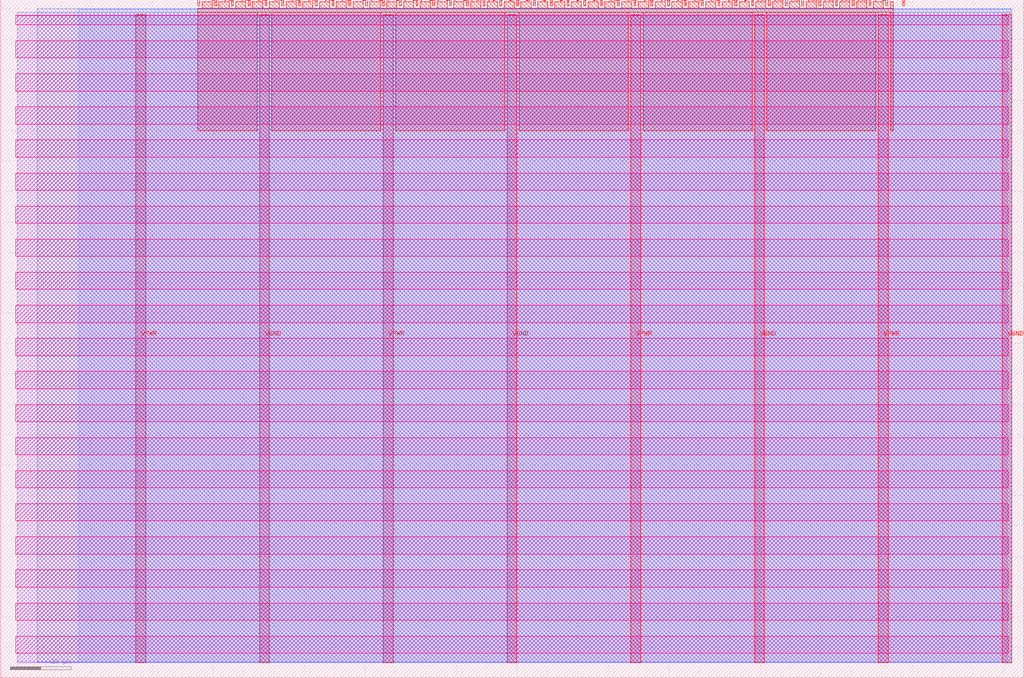
<source format=lef>
VERSION 5.7 ;
  NOWIREEXTENSIONATPIN ON ;
  DIVIDERCHAR "/" ;
  BUSBITCHARS "[]" ;
MACRO tt_um_vga_clock
  CLASS BLOCK ;
  FOREIGN tt_um_vga_clock ;
  ORIGIN 0.000 0.000 ;
  SIZE 168.360 BY 111.520 ;
  PIN VGND
    DIRECTION INOUT ;
    USE GROUND ;
    PORT
      LAYER met4 ;
        RECT 42.670 2.480 44.270 109.040 ;
    END
    PORT
      LAYER met4 ;
        RECT 83.380 2.480 84.980 109.040 ;
    END
    PORT
      LAYER met4 ;
        RECT 124.090 2.480 125.690 109.040 ;
    END
    PORT
      LAYER met4 ;
        RECT 164.800 2.480 166.400 109.040 ;
    END
  END VGND
  PIN VPWR
    DIRECTION INOUT ;
    USE POWER ;
    PORT
      LAYER met4 ;
        RECT 22.315 2.480 23.915 109.040 ;
    END
    PORT
      LAYER met4 ;
        RECT 63.025 2.480 64.625 109.040 ;
    END
    PORT
      LAYER met4 ;
        RECT 103.735 2.480 105.335 109.040 ;
    END
    PORT
      LAYER met4 ;
        RECT 144.445 2.480 146.045 109.040 ;
    END
  END VPWR
  PIN clk
    DIRECTION INPUT ;
    USE SIGNAL ;
    ANTENNAGATEAREA 0.852000 ;
    PORT
      LAYER met4 ;
        RECT 145.670 110.520 145.970 111.520 ;
    END
  END clk
  PIN ena
    DIRECTION INPUT ;
    USE SIGNAL ;
    PORT
      LAYER met4 ;
        RECT 148.430 110.520 148.730 111.520 ;
    END
  END ena
  PIN rst_n
    DIRECTION INPUT ;
    USE SIGNAL ;
    ANTENNAGATEAREA 0.213000 ;
    PORT
      LAYER met4 ;
        RECT 142.910 110.520 143.210 111.520 ;
    END
  END rst_n
  PIN ui_in[0]
    DIRECTION INPUT ;
    USE SIGNAL ;
    ANTENNAGATEAREA 0.126000 ;
    PORT
      LAYER met4 ;
        RECT 140.150 110.520 140.450 111.520 ;
    END
  END ui_in[0]
  PIN ui_in[1]
    DIRECTION INPUT ;
    USE SIGNAL ;
    ANTENNAGATEAREA 0.213000 ;
    PORT
      LAYER met4 ;
        RECT 137.390 110.520 137.690 111.520 ;
    END
  END ui_in[1]
  PIN ui_in[2]
    DIRECTION INPUT ;
    USE SIGNAL ;
    ANTENNAGATEAREA 0.159000 ;
    PORT
      LAYER met4 ;
        RECT 134.630 110.520 134.930 111.520 ;
    END
  END ui_in[2]
  PIN ui_in[3]
    DIRECTION INPUT ;
    USE SIGNAL ;
    PORT
      LAYER met4 ;
        RECT 131.870 110.520 132.170 111.520 ;
    END
  END ui_in[3]
  PIN ui_in[4]
    DIRECTION INPUT ;
    USE SIGNAL ;
    PORT
      LAYER met4 ;
        RECT 129.110 110.520 129.410 111.520 ;
    END
  END ui_in[4]
  PIN ui_in[5]
    DIRECTION INPUT ;
    USE SIGNAL ;
    PORT
      LAYER met4 ;
        RECT 126.350 110.520 126.650 111.520 ;
    END
  END ui_in[5]
  PIN ui_in[6]
    DIRECTION INPUT ;
    USE SIGNAL ;
    PORT
      LAYER met4 ;
        RECT 123.590 110.520 123.890 111.520 ;
    END
  END ui_in[6]
  PIN ui_in[7]
    DIRECTION INPUT ;
    USE SIGNAL ;
    PORT
      LAYER met4 ;
        RECT 120.830 110.520 121.130 111.520 ;
    END
  END ui_in[7]
  PIN uio_in[0]
    DIRECTION INPUT ;
    USE SIGNAL ;
    PORT
      LAYER met4 ;
        RECT 118.070 110.520 118.370 111.520 ;
    END
  END uio_in[0]
  PIN uio_in[1]
    DIRECTION INPUT ;
    USE SIGNAL ;
    PORT
      LAYER met4 ;
        RECT 115.310 110.520 115.610 111.520 ;
    END
  END uio_in[1]
  PIN uio_in[2]
    DIRECTION INPUT ;
    USE SIGNAL ;
    PORT
      LAYER met4 ;
        RECT 112.550 110.520 112.850 111.520 ;
    END
  END uio_in[2]
  PIN uio_in[3]
    DIRECTION INPUT ;
    USE SIGNAL ;
    PORT
      LAYER met4 ;
        RECT 109.790 110.520 110.090 111.520 ;
    END
  END uio_in[3]
  PIN uio_in[4]
    DIRECTION INPUT ;
    USE SIGNAL ;
    PORT
      LAYER met4 ;
        RECT 107.030 110.520 107.330 111.520 ;
    END
  END uio_in[4]
  PIN uio_in[5]
    DIRECTION INPUT ;
    USE SIGNAL ;
    PORT
      LAYER met4 ;
        RECT 104.270 110.520 104.570 111.520 ;
    END
  END uio_in[5]
  PIN uio_in[6]
    DIRECTION INPUT ;
    USE SIGNAL ;
    PORT
      LAYER met4 ;
        RECT 101.510 110.520 101.810 111.520 ;
    END
  END uio_in[6]
  PIN uio_in[7]
    DIRECTION INPUT ;
    USE SIGNAL ;
    PORT
      LAYER met4 ;
        RECT 98.750 110.520 99.050 111.520 ;
    END
  END uio_in[7]
  PIN uio_oe[0]
    DIRECTION OUTPUT TRISTATE ;
    USE SIGNAL ;
    PORT
      LAYER met4 ;
        RECT 51.830 110.520 52.130 111.520 ;
    END
  END uio_oe[0]
  PIN uio_oe[1]
    DIRECTION OUTPUT TRISTATE ;
    USE SIGNAL ;
    PORT
      LAYER met4 ;
        RECT 49.070 110.520 49.370 111.520 ;
    END
  END uio_oe[1]
  PIN uio_oe[2]
    DIRECTION OUTPUT TRISTATE ;
    USE SIGNAL ;
    PORT
      LAYER met4 ;
        RECT 46.310 110.520 46.610 111.520 ;
    END
  END uio_oe[2]
  PIN uio_oe[3]
    DIRECTION OUTPUT TRISTATE ;
    USE SIGNAL ;
    PORT
      LAYER met4 ;
        RECT 43.550 110.520 43.850 111.520 ;
    END
  END uio_oe[3]
  PIN uio_oe[4]
    DIRECTION OUTPUT TRISTATE ;
    USE SIGNAL ;
    PORT
      LAYER met4 ;
        RECT 40.790 110.520 41.090 111.520 ;
    END
  END uio_oe[4]
  PIN uio_oe[5]
    DIRECTION OUTPUT TRISTATE ;
    USE SIGNAL ;
    PORT
      LAYER met4 ;
        RECT 38.030 110.520 38.330 111.520 ;
    END
  END uio_oe[5]
  PIN uio_oe[6]
    DIRECTION OUTPUT TRISTATE ;
    USE SIGNAL ;
    PORT
      LAYER met4 ;
        RECT 35.270 110.520 35.570 111.520 ;
    END
  END uio_oe[6]
  PIN uio_oe[7]
    DIRECTION OUTPUT TRISTATE ;
    USE SIGNAL ;
    PORT
      LAYER met4 ;
        RECT 32.510 110.520 32.810 111.520 ;
    END
  END uio_oe[7]
  PIN uio_out[0]
    DIRECTION OUTPUT TRISTATE ;
    USE SIGNAL ;
    PORT
      LAYER met4 ;
        RECT 73.910 110.520 74.210 111.520 ;
    END
  END uio_out[0]
  PIN uio_out[1]
    DIRECTION OUTPUT TRISTATE ;
    USE SIGNAL ;
    PORT
      LAYER met4 ;
        RECT 71.150 110.520 71.450 111.520 ;
    END
  END uio_out[1]
  PIN uio_out[2]
    DIRECTION OUTPUT TRISTATE ;
    USE SIGNAL ;
    PORT
      LAYER met4 ;
        RECT 68.390 110.520 68.690 111.520 ;
    END
  END uio_out[2]
  PIN uio_out[3]
    DIRECTION OUTPUT TRISTATE ;
    USE SIGNAL ;
    PORT
      LAYER met4 ;
        RECT 65.630 110.520 65.930 111.520 ;
    END
  END uio_out[3]
  PIN uio_out[4]
    DIRECTION OUTPUT TRISTATE ;
    USE SIGNAL ;
    PORT
      LAYER met4 ;
        RECT 62.870 110.520 63.170 111.520 ;
    END
  END uio_out[4]
  PIN uio_out[5]
    DIRECTION OUTPUT TRISTATE ;
    USE SIGNAL ;
    PORT
      LAYER met4 ;
        RECT 60.110 110.520 60.410 111.520 ;
    END
  END uio_out[5]
  PIN uio_out[6]
    DIRECTION OUTPUT TRISTATE ;
    USE SIGNAL ;
    PORT
      LAYER met4 ;
        RECT 57.350 110.520 57.650 111.520 ;
    END
  END uio_out[6]
  PIN uio_out[7]
    DIRECTION OUTPUT TRISTATE ;
    USE SIGNAL ;
    PORT
      LAYER met4 ;
        RECT 54.590 110.520 54.890 111.520 ;
    END
  END uio_out[7]
  PIN uo_out[0]
    DIRECTION OUTPUT TRISTATE ;
    USE SIGNAL ;
    ANTENNADIFFAREA 0.445500 ;
    PORT
      LAYER met4 ;
        RECT 95.990 110.520 96.290 111.520 ;
    END
  END uo_out[0]
  PIN uo_out[1]
    DIRECTION OUTPUT TRISTATE ;
    USE SIGNAL ;
    ANTENNADIFFAREA 0.795200 ;
    PORT
      LAYER met4 ;
        RECT 93.230 110.520 93.530 111.520 ;
    END
  END uo_out[1]
  PIN uo_out[2]
    DIRECTION OUTPUT TRISTATE ;
    USE SIGNAL ;
    ANTENNADIFFAREA 0.445500 ;
    PORT
      LAYER met4 ;
        RECT 90.470 110.520 90.770 111.520 ;
    END
  END uo_out[2]
  PIN uo_out[3]
    DIRECTION OUTPUT TRISTATE ;
    USE SIGNAL ;
    ANTENNADIFFAREA 0.795200 ;
    PORT
      LAYER met4 ;
        RECT 87.710 110.520 88.010 111.520 ;
    END
  END uo_out[3]
  PIN uo_out[4]
    DIRECTION OUTPUT TRISTATE ;
    USE SIGNAL ;
    ANTENNADIFFAREA 0.795200 ;
    PORT
      LAYER met4 ;
        RECT 84.950 110.520 85.250 111.520 ;
    END
  END uo_out[4]
  PIN uo_out[5]
    DIRECTION OUTPUT TRISTATE ;
    USE SIGNAL ;
    ANTENNADIFFAREA 0.795200 ;
    PORT
      LAYER met4 ;
        RECT 82.190 110.520 82.490 111.520 ;
    END
  END uo_out[5]
  PIN uo_out[6]
    DIRECTION OUTPUT TRISTATE ;
    USE SIGNAL ;
    ANTENNADIFFAREA 0.445500 ;
    PORT
      LAYER met4 ;
        RECT 79.430 110.520 79.730 111.520 ;
    END
  END uo_out[6]
  PIN uo_out[7]
    DIRECTION OUTPUT TRISTATE ;
    USE SIGNAL ;
    ANTENNADIFFAREA 0.795200 ;
    PORT
      LAYER met4 ;
        RECT 76.670 110.520 76.970 111.520 ;
    END
  END uo_out[7]
  OBS
      LAYER nwell ;
        RECT 2.570 107.385 165.790 108.990 ;
        RECT 2.570 101.945 165.790 104.775 ;
        RECT 2.570 96.505 165.790 99.335 ;
        RECT 2.570 91.065 165.790 93.895 ;
        RECT 2.570 85.625 165.790 88.455 ;
        RECT 2.570 80.185 165.790 83.015 ;
        RECT 2.570 74.745 165.790 77.575 ;
        RECT 2.570 69.305 165.790 72.135 ;
        RECT 2.570 63.865 165.790 66.695 ;
        RECT 2.570 58.425 165.790 61.255 ;
        RECT 2.570 52.985 165.790 55.815 ;
        RECT 2.570 47.545 165.790 50.375 ;
        RECT 2.570 42.105 165.790 44.935 ;
        RECT 2.570 36.665 165.790 39.495 ;
        RECT 2.570 31.225 165.790 34.055 ;
        RECT 2.570 25.785 165.790 28.615 ;
        RECT 2.570 20.345 165.790 23.175 ;
        RECT 2.570 14.905 165.790 17.735 ;
        RECT 2.570 9.465 165.790 12.295 ;
        RECT 2.570 4.025 165.790 6.855 ;
      LAYER li1 ;
        RECT 2.760 2.635 165.600 108.885 ;
      LAYER met1 ;
        RECT 2.760 2.480 166.400 109.440 ;
      LAYER met2 ;
        RECT 6.080 2.535 166.370 110.005 ;
      LAYER met3 ;
        RECT 12.945 2.555 166.390 109.985 ;
      LAYER met4 ;
        RECT 33.210 110.120 34.870 111.170 ;
        RECT 35.970 110.120 37.630 111.170 ;
        RECT 38.730 110.120 40.390 111.170 ;
        RECT 41.490 110.120 43.150 111.170 ;
        RECT 44.250 110.120 45.910 111.170 ;
        RECT 47.010 110.120 48.670 111.170 ;
        RECT 49.770 110.120 51.430 111.170 ;
        RECT 52.530 110.120 54.190 111.170 ;
        RECT 55.290 110.120 56.950 111.170 ;
        RECT 58.050 110.120 59.710 111.170 ;
        RECT 60.810 110.120 62.470 111.170 ;
        RECT 63.570 110.120 65.230 111.170 ;
        RECT 66.330 110.120 67.990 111.170 ;
        RECT 69.090 110.120 70.750 111.170 ;
        RECT 71.850 110.120 73.510 111.170 ;
        RECT 74.610 110.120 76.270 111.170 ;
        RECT 77.370 110.120 79.030 111.170 ;
        RECT 80.130 110.120 81.790 111.170 ;
        RECT 82.890 110.120 84.550 111.170 ;
        RECT 85.650 110.120 87.310 111.170 ;
        RECT 88.410 110.120 90.070 111.170 ;
        RECT 91.170 110.120 92.830 111.170 ;
        RECT 93.930 110.120 95.590 111.170 ;
        RECT 96.690 110.120 98.350 111.170 ;
        RECT 99.450 110.120 101.110 111.170 ;
        RECT 102.210 110.120 103.870 111.170 ;
        RECT 104.970 110.120 106.630 111.170 ;
        RECT 107.730 110.120 109.390 111.170 ;
        RECT 110.490 110.120 112.150 111.170 ;
        RECT 113.250 110.120 114.910 111.170 ;
        RECT 116.010 110.120 117.670 111.170 ;
        RECT 118.770 110.120 120.430 111.170 ;
        RECT 121.530 110.120 123.190 111.170 ;
        RECT 124.290 110.120 125.950 111.170 ;
        RECT 127.050 110.120 128.710 111.170 ;
        RECT 129.810 110.120 131.470 111.170 ;
        RECT 132.570 110.120 134.230 111.170 ;
        RECT 135.330 110.120 136.990 111.170 ;
        RECT 138.090 110.120 139.750 111.170 ;
        RECT 140.850 110.120 142.510 111.170 ;
        RECT 143.610 110.120 145.270 111.170 ;
        RECT 146.370 110.120 146.905 111.170 ;
        RECT 32.495 109.440 146.905 110.120 ;
        RECT 32.495 89.935 42.270 109.440 ;
        RECT 44.670 89.935 62.625 109.440 ;
        RECT 65.025 89.935 82.980 109.440 ;
        RECT 85.380 89.935 103.335 109.440 ;
        RECT 105.735 89.935 123.690 109.440 ;
        RECT 126.090 89.935 144.045 109.440 ;
        RECT 146.445 89.935 146.905 109.440 ;
  END
END tt_um_vga_clock
END LIBRARY


</source>
